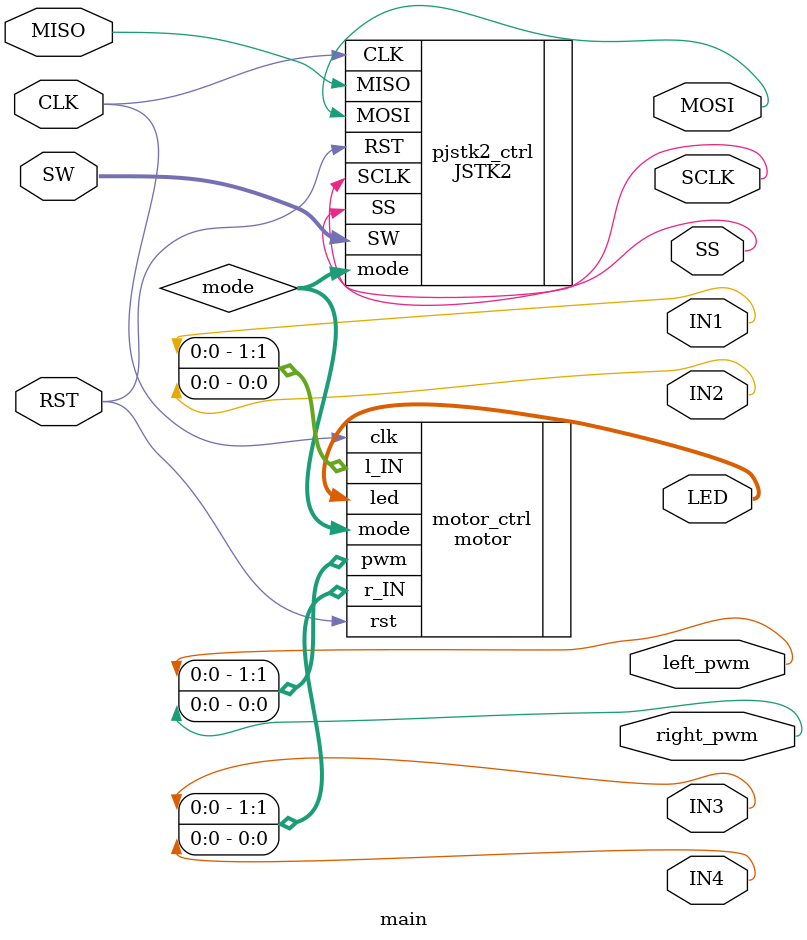
<source format=v>
module main(
    input CLK,					// 100Mhz onboard clock
	input RST,					// Button D
	input MISO,					// Master In Slave Out, Pin 3, Port JA
	input [2:0] SW,				// Switches 2, 1, and 0
	output SS,      			// Slave Select, Pin 1, Port JA
	output MOSI,				// Master Out Slave In, Pin 2, Port JA
	output SCLK,				// Serial Clock, Pin 4, Port JA
	output [3:0] LED,			// LEDs 2, 1, and 0
    output IN1,
    output IN2,
    output IN3, 
    output IN4,
    output left_pwm,
    output right_pwm
);

    wire [3:0] mode;
    JSTK2 pjstk2_ctrl(
        .CLK(CLK),
        .RST(RST),
        .MISO(MISO),
        .SW(SW),
        .SS(SS),
        .MOSI(MOSI),
        .SCLK(SCLK),
        .mode(mode)
    );

    motor motor_ctrl(
        .clk(CLK),
        .rst(RST),
        .pwm({left_pwm, right_pwm}),
        .l_IN({IN1, IN2}),
        .r_IN({IN3, IN4}),
        .mode(mode),
        .led(LED)
    );

endmodule
</source>
